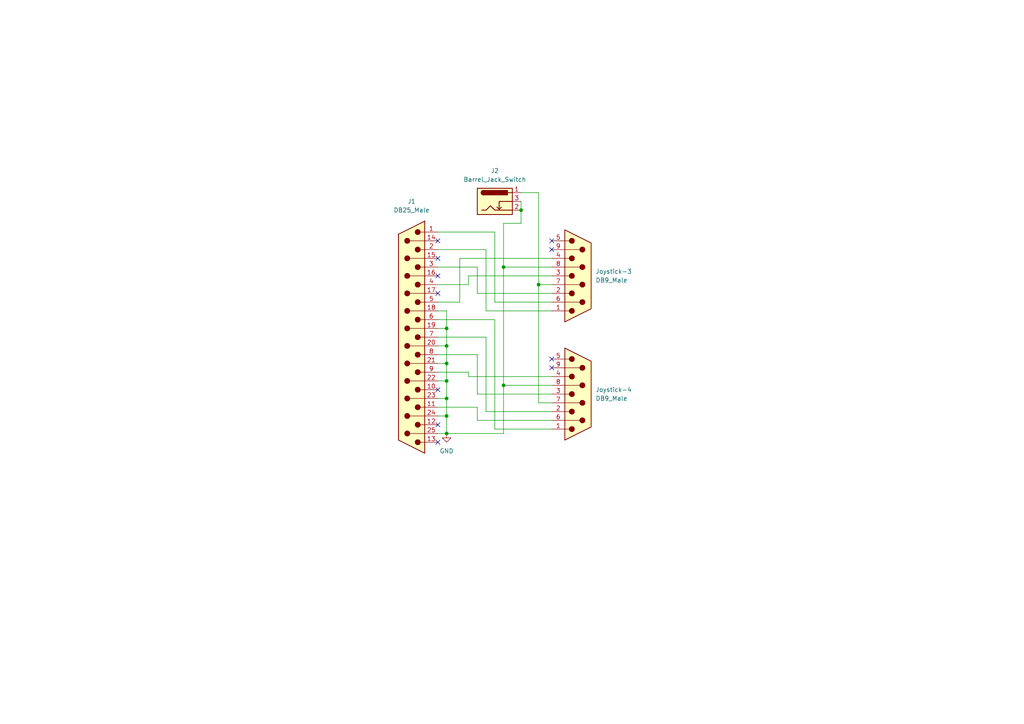
<source format=kicad_sch>
(kicad_sch (version 20211123) (generator eeschema)
  (paper "A4")
  (lib_symbols
    (symbol "Connector:Barrel_Jack_Switch" (pin_names hide)
      (property "Reference" "J" (at 0 5.334 0))
      (property "Value" "Barrel_Jack_Switch" (at 0 -5.08 0))
      (symbol "Barrel_Jack_Switch_0_1"
        (rectangle (start -5.08 3.81) (end 5.08 -3.81) (stroke (width 0.254)) (fill (type background)))
        (arc (start -3.302 3.175) (mid -3.937 2.54) (end -3.302 1.905) (stroke (width 0.254)))
        (arc (start -3.302 3.175) (mid -3.937 2.54) (end -3.302 1.905) (stroke (width 0.254)) (fill (type outline)))
        (polyline (pts (xy 1.27 -2.286) (xy 1.905 -1.651)) (stroke (width 0.254)))
        (polyline (pts (xy 5.08 2.54) (xy 3.81 2.54)) (stroke (width 0.254)))
        (polyline (pts (xy 5.08 0) (xy 1.27 0) (xy 1.27 -2.286) (xy 0.635 -1.651)) (stroke (width 0.254)))
        (polyline (pts (xy -3.81 -2.54) (xy -2.54 -2.54) (xy -1.27 -1.27) (xy 0 -2.54) (xy 2.54 -2.54) (xy 5.08 -2.54)) (stroke (width 0.254)))
        (rectangle (start 3.683 3.175) (end -3.302 1.905) (stroke (width 0.254)) (fill (type outline)))
      )
      (symbol "Barrel_Jack_Switch_1_1"
        (pin passive line (at 7.62 2.54 180) (length 2.54) (name "~") (number "1"))
        (pin passive line (at 7.62 -2.54 180) (length 2.54) (name "~") (number "2"))
        (pin passive line (at 7.62 0 180) (length 2.54) (name "~") (number "3"))
      )
    )
    (symbol "Connector:DB25_Male" (pin_names (offset 1.016) hide)
      (property "Reference" "J" (at 0 34.29 0))
      (property "Value" "DB25_Male" (at 0 -34.925 0))
      (symbol "DB25_Male_0_1"
        (circle (center -1.778 -30.48) (radius 0.762) (fill (type outline)))
        (circle (center -1.778 -25.4) (radius 0.762) (fill (type outline)))
        (circle (center -1.778 -20.32) (radius 0.762) (fill (type outline)))
        (circle (center -1.778 -15.24) (radius 0.762) (fill (type outline)))
        (circle (center -1.778 -10.16) (radius 0.762) (fill (type outline)))
        (circle (center -1.778 -5.08) (radius 0.762) (fill (type outline)))
        (circle (center -1.778 0) (radius 0.762) (fill (type outline)))
        (circle (center -1.778 5.08) (radius 0.762) (fill (type outline)))
        (circle (center -1.778 10.16) (radius 0.762) (fill (type outline)))
        (circle (center -1.778 15.24) (radius 0.762) (fill (type outline)))
        (circle (center -1.778 20.32) (radius 0.762) (fill (type outline)))
        (circle (center -1.778 25.4) (radius 0.762) (fill (type outline)))
        (circle (center -1.778 30.48) (radius 0.762) (fill (type outline)))
        (polyline (pts (xy -3.81 -30.48) (xy -2.54 -30.48)))
        (polyline (pts (xy -3.81 -27.94) (xy 0.508 -27.94)))
        (polyline (pts (xy -3.81 -25.4) (xy -2.54 -25.4)))
        (polyline (pts (xy -3.81 -22.86) (xy 0.508 -22.86)))
        (polyline (pts (xy -3.81 -20.32) (xy -2.54 -20.32)))
        (polyline (pts (xy -3.81 -17.78) (xy 0.508 -17.78)))
        (polyline (pts (xy -3.81 -15.24) (xy -2.54 -15.24)))
        (polyline (pts (xy -3.81 -12.7) (xy 0.508 -12.7)))
        (polyline (pts (xy -3.81 -10.16) (xy -2.54 -10.16)))
        (polyline (pts (xy -3.81 -7.62) (xy 0.508 -7.62)))
        (polyline (pts (xy -3.81 -5.08) (xy -2.54 -5.08)))
        (polyline (pts (xy -3.81 -2.54) (xy 0.508 -2.54)))
        (polyline (pts (xy -3.81 0) (xy -2.54 0)))
        (polyline (pts (xy -3.81 2.54) (xy 0.508 2.54)))
        (polyline (pts (xy -3.81 5.08) (xy -2.54 5.08)))
        (polyline (pts (xy -3.81 7.62) (xy 0.508 7.62)))
        (polyline (pts (xy -3.81 10.16) (xy -2.54 10.16)))
        (polyline (pts (xy -3.81 12.7) (xy 0.508 12.7)))
        (polyline (pts (xy -3.81 15.24) (xy -2.54 15.24)))
        (polyline (pts (xy -3.81 17.78) (xy 0.508 17.78)))
        (polyline (pts (xy -3.81 20.32) (xy -2.54 20.32)))
        (polyline (pts (xy -3.81 22.86) (xy 0.508 22.86)))
        (polyline (pts (xy -3.81 25.4) (xy -2.54 25.4)))
        (polyline (pts (xy -3.81 27.94) (xy 0.508 27.94)))
        (polyline (pts (xy -3.81 30.48) (xy -2.54 30.48)))
        (polyline (pts (xy -3.81 -33.655) (xy 3.81 -29.845) (xy 3.81 29.845) (xy -3.81 33.655) (xy -3.81 -33.655)) (stroke (width 0.254)) (fill (type background)))
        (circle (center 1.27 -27.94) (radius 0.762) (fill (type outline)))
        (circle (center 1.27 -22.86) (radius 0.762) (fill (type outline)))
        (circle (center 1.27 -17.78) (radius 0.762) (fill (type outline)))
        (circle (center 1.27 -12.7) (radius 0.762) (fill (type outline)))
        (circle (center 1.27 -7.62) (radius 0.762) (fill (type outline)))
        (circle (center 1.27 -2.54) (radius 0.762) (fill (type outline)))
        (circle (center 1.27 2.54) (radius 0.762) (fill (type outline)))
        (circle (center 1.27 7.62) (radius 0.762) (fill (type outline)))
        (circle (center 1.27 12.7) (radius 0.762) (fill (type outline)))
        (circle (center 1.27 17.78) (radius 0.762) (fill (type outline)))
        (circle (center 1.27 22.86) (radius 0.762) (fill (type outline)))
        (circle (center 1.27 27.94) (radius 0.762) (fill (type outline)))
      )
      (symbol "DB25_Male_1_1"
        (pin passive line (at -7.62 -30.48 0) (length 3.81) (name "1") (number "1"))
        (pin passive line (at -7.62 15.24 0) (length 3.81) (name "10") (number "10"))
        (pin passive line (at -7.62 20.32 0) (length 3.81) (name "11") (number "11"))
        (pin passive line (at -7.62 25.4 0) (length 3.81) (name "12") (number "12"))
        (pin passive line (at -7.62 30.48 0) (length 3.81) (name "13") (number "13"))
        (pin passive line (at -7.62 -27.94 0) (length 3.81) (name "P14") (number "14"))
        (pin passive line (at -7.62 -22.86 0) (length 3.81) (name "P15") (number "15"))
        (pin passive line (at -7.62 -17.78 0) (length 3.81) (name "P16") (number "16"))
        (pin passive line (at -7.62 -12.7 0) (length 3.81) (name "P17") (number "17"))
        (pin passive line (at -7.62 -7.62 0) (length 3.81) (name "P18") (number "18"))
        (pin passive line (at -7.62 -2.54 0) (length 3.81) (name "P19") (number "19"))
        (pin passive line (at -7.62 -25.4 0) (length 3.81) (name "2") (number "2"))
        (pin passive line (at -7.62 2.54 0) (length 3.81) (name "P20") (number "20"))
        (pin passive line (at -7.62 7.62 0) (length 3.81) (name "P21") (number "21"))
        (pin passive line (at -7.62 12.7 0) (length 3.81) (name "P22") (number "22"))
        (pin passive line (at -7.62 17.78 0) (length 3.81) (name "P23") (number "23"))
        (pin passive line (at -7.62 22.86 0) (length 3.81) (name "P24") (number "24"))
        (pin passive line (at -7.62 27.94 0) (length 3.81) (name "P25") (number "25"))
        (pin passive line (at -7.62 -20.32 0) (length 3.81) (name "3") (number "3"))
        (pin passive line (at -7.62 -15.24 0) (length 3.81) (name "4") (number "4"))
        (pin passive line (at -7.62 -10.16 0) (length 3.81) (name "5") (number "5"))
        (pin passive line (at -7.62 -5.08 0) (length 3.81) (name "6") (number "6"))
        (pin passive line (at -7.62 0 0) (length 3.81) (name "7") (number "7"))
        (pin passive line (at -7.62 5.08 0) (length 3.81) (name "8") (number "8"))
        (pin passive line (at -7.62 10.16 0) (length 3.81) (name "9") (number "9"))
      )
    )
    (symbol "Connector:DB9_Male" (pin_names (offset 1.016) hide)
      (property "Reference" "J" (at 0 13.97 0))
      (property "Value" "DB9_Male" (at 0 -14.605 0))
      (symbol "DB9_Male_0_1"
        (circle (center -1.778 -10.16) (radius 0.762) (fill (type outline)))
        (circle (center -1.778 -5.08) (radius 0.762) (fill (type outline)))
        (circle (center -1.778 0) (radius 0.762) (fill (type outline)))
        (circle (center -1.778 5.08) (radius 0.762) (fill (type outline)))
        (circle (center -1.778 10.16) (radius 0.762) (fill (type outline)))
        (polyline (pts (xy -3.81 -10.16) (xy -2.54 -10.16)))
        (polyline (pts (xy -3.81 -7.62) (xy 0.508 -7.62)))
        (polyline (pts (xy -3.81 -5.08) (xy -2.54 -5.08)))
        (polyline (pts (xy -3.81 -2.54) (xy 0.508 -2.54)))
        (polyline (pts (xy -3.81 0) (xy -2.54 0)))
        (polyline (pts (xy -3.81 2.54) (xy 0.508 2.54)))
        (polyline (pts (xy -3.81 5.08) (xy -2.54 5.08)))
        (polyline (pts (xy -3.81 7.62) (xy 0.508 7.62)))
        (polyline (pts (xy -3.81 10.16) (xy -2.54 10.16)))
        (polyline (pts (xy -3.81 -13.335) (xy -3.81 13.335) (xy 3.81 9.525) (xy 3.81 -9.525) (xy -3.81 -13.335)) (stroke (width 0.254)) (fill (type background)))
        (circle (center 1.27 -7.62) (radius 0.762) (fill (type outline)))
        (circle (center 1.27 -2.54) (radius 0.762) (fill (type outline)))
        (circle (center 1.27 2.54) (radius 0.762) (fill (type outline)))
        (circle (center 1.27 7.62) (radius 0.762) (fill (type outline)))
      )
      (symbol "DB9_Male_1_1"
        (pin passive line (at -7.62 -10.16 0) (length 3.81) (name "1") (number "1"))
        (pin passive line (at -7.62 -5.08 0) (length 3.81) (name "2") (number "2"))
        (pin passive line (at -7.62 0 0) (length 3.81) (name "3") (number "3"))
        (pin passive line (at -7.62 5.08 0) (length 3.81) (name "4") (number "4"))
        (pin passive line (at -7.62 10.16 0) (length 3.81) (name "5") (number "5"))
        (pin passive line (at -7.62 -7.62 0) (length 3.81) (name "6") (number "6"))
        (pin passive line (at -7.62 -2.54 0) (length 3.81) (name "7") (number "7"))
        (pin passive line (at -7.62 2.54 0) (length 3.81) (name "8") (number "8"))
        (pin passive line (at -7.62 7.62 0) (length 3.81) (name "9") (number "9"))
      )
    )
    (symbol "power:GND" (power) (pin_names (offset 0))
      (property "Value" "GND" (at 0 -3.81 0))
      (symbol "GND_0_1"
        (polyline (pts (xy 0 0) (xy 0 -1.27) (xy 1.27 -1.27) (xy 0 -2.54) (xy -1.27 -1.27) (xy 0 -1.27)))
      )
      (symbol "GND_1_1"
        (pin power_in line (at 0 0 270) (length 0) hide (name "GND") (number "1"))
      )
    )
  )
  (junction (at 129.54 100.33))
  (junction (at 129.54 120.65))
  (junction (at 129.54 125.73))
  (junction (at 129.54 115.57))
  (junction (at 129.54 110.49))
  (junction (at 156.21 82.55))
  (junction (at 129.54 95.25))
  (junction (at 146.05 111.76))
  (junction (at 151.13 60.96))
  (junction (at 146.05 77.47))
  (junction (at 129.54 105.41))
  (no_connect (at 127 69.85))
  (no_connect (at 127 74.93))
  (no_connect (at 127 80.01))
  (no_connect (at 127 85.09))
  (no_connect (at 127 113.03))
  (no_connect (at 127 128.27))
  (no_connect (at 127 123.19))
  (no_connect (at 160.02 72.39))
  (no_connect (at 160.02 69.85))
  (no_connect (at 160.02 104.14))
  (no_connect (at 160.02 106.68))
  (wire (pts (xy 133.35 74.93) (xy 133.35 87.63)))
  (wire (pts (xy 160.02 90.17) (xy 140.97 90.17)))
  (wire (pts (xy 143.51 124.46) (xy 143.51 92.71)))
  (wire (pts (xy 129.54 100.33) (xy 129.54 105.41)))
  (wire (pts (xy 138.43 121.92) (xy 138.43 118.11)))
  (wire (pts (xy 127 105.41) (xy 129.54 105.41)))
  (wire (pts (xy 127 125.73) (xy 129.54 125.73)))
  (wire (pts (xy 129.54 125.73) (xy 146.05 125.73)))
  (wire (pts (xy 127 115.57) (xy 129.54 115.57)))
  (wire (pts (xy 127 95.25) (xy 129.54 95.25)))
  (wire (pts (xy 133.35 87.63) (xy 127 87.63)))
  (wire (pts (xy 129.54 115.57) (xy 129.54 120.65)))
  (wire (pts (xy 160.02 74.93) (xy 133.35 74.93)))
  (wire (pts (xy 140.97 72.39) (xy 127 72.39)))
  (wire (pts (xy 138.43 85.09) (xy 138.43 77.47)))
  (wire (pts (xy 151.13 60.96) (xy 151.13 64.77)))
  (wire (pts (xy 160.02 116.84) (xy 156.21 116.84)))
  (wire (pts (xy 138.43 114.3) (xy 138.43 102.87)))
  (wire (pts (xy 127 110.49) (xy 129.54 110.49)))
  (wire (pts (xy 151.13 64.77) (xy 146.05 64.77)))
  (wire (pts (xy 160.02 119.38) (xy 140.97 119.38)))
  (wire (pts (xy 129.54 110.49) (xy 129.54 115.57)))
  (wire (pts (xy 146.05 125.73) (xy 146.05 111.76)))
  (wire (pts (xy 138.43 118.11) (xy 127 118.11)))
  (wire (pts (xy 129.54 105.41) (xy 129.54 110.49)))
  (wire (pts (xy 151.13 58.42) (xy 151.13 60.96)))
  (wire (pts (xy 160.02 85.09) (xy 138.43 85.09)))
  (wire (pts (xy 160.02 124.46) (xy 143.51 124.46)))
  (wire (pts (xy 146.05 64.77) (xy 146.05 77.47)))
  (wire (pts (xy 156.21 116.84) (xy 156.21 82.55)))
  (wire (pts (xy 146.05 111.76) (xy 146.05 77.47)))
  (wire (pts (xy 127 90.17) (xy 129.54 90.17)))
  (wire (pts (xy 129.54 95.25) (xy 129.54 100.33)))
  (wire (pts (xy 160.02 114.3) (xy 138.43 114.3)))
  (wire (pts (xy 143.51 87.63) (xy 160.02 87.63)))
  (wire (pts (xy 156.21 55.88) (xy 151.13 55.88)))
  (wire (pts (xy 127 120.65) (xy 129.54 120.65)))
  (wire (pts (xy 129.54 120.65) (xy 129.54 125.73)))
  (wire (pts (xy 160.02 121.92) (xy 138.43 121.92)))
  (wire (pts (xy 156.21 82.55) (xy 160.02 82.55)))
  (wire (pts (xy 140.97 90.17) (xy 140.97 72.39)))
  (wire (pts (xy 135.89 107.95) (xy 127 107.95)))
  (wire (pts (xy 135.89 109.22) (xy 135.89 107.95)))
  (wire (pts (xy 143.51 67.31) (xy 143.51 87.63)))
  (wire (pts (xy 127 100.33) (xy 129.54 100.33)))
  (wire (pts (xy 129.54 90.17) (xy 129.54 95.25)))
  (wire (pts (xy 127 67.31) (xy 143.51 67.31)))
  (wire (pts (xy 140.97 119.38) (xy 140.97 97.79)))
  (wire (pts (xy 160.02 109.22) (xy 135.89 109.22)))
  (wire (pts (xy 135.89 80.01) (xy 135.89 82.55)))
  (wire (pts (xy 146.05 77.47) (xy 160.02 77.47)))
  (wire (pts (xy 138.43 102.87) (xy 127 102.87)))
  (wire (pts (xy 127 82.55) (xy 135.89 82.55)))
  (wire (pts (xy 156.21 82.55) (xy 156.21 55.88)))
  (wire (pts (xy 138.43 77.47) (xy 127 77.47)))
  (wire (pts (xy 140.97 97.79) (xy 127 97.79)))
  (wire (pts (xy 160.02 80.01) (xy 135.89 80.01)))
  (wire (pts (xy 146.05 111.76) (xy 160.02 111.76)))
  (wire (pts (xy 143.51 92.71) (xy 127 92.71)))
  (symbol (lib_id "Connector:DB25_Male") (at 119.38 97.79 180) (unit 1)
    (property "Reference" "J1" (at 119.38 58.42 0))
    (property "Value" "DB25_Male" (at 119.38 60.96 0))
    (property "Footprint" "Connector_Dsub:DSUB-25_Male_EdgeMount_P2.77mm" (effects hide))
    (property "Datasheet" " ~" (effects hide))
  )
  (symbol (lib_id "power:GND") (at 129.54 125.73 0) (unit 1)
    (property "Reference" "#PWR0101" (effects hide))
    (property "Value" "GND" (at 129.54 130.81 0))
  )
  (symbol (lib_id "Connector:Barrel_Jack_Switch") (at 143.51 58.42 0) (unit 1)
    (property "Reference" "J2" (at 143.51 49.53 0))
    (property "Value" "Barrel_Jack_Switch" (at 143.51 52.07 0))
    (property "Footprint" "Connector_BarrelJack:BarrelJack_GCT_DCJ200-10-A_Horizontal" (effects hide))
  )
  (symbol (lib_id "Connector:DB9_Male") (at 167.64 80.01 0) (unit 1)
    (property "Reference" "Joystick-3" (at 172.72 78.7399 0) (effects (justify left)))
    (property "Value" "DB9_Male" (at 172.72 81.2799 0) (effects (justify left)))
    (property "Footprint" "Connector_Dsub:DSUB-9_Male_EdgeMount_P2.77mm" (effects hide))
    (property "Datasheet" " ~" (effects hide))
  )
  (symbol (lib_id "Connector:DB9_Male") (at 167.64 114.3 0) (unit 1)
    (property "Reference" "Joystick-4" (at 172.72 113.0299 0) (effects (justify left)))
    (property "Value" "DB9_Male" (at 172.72 115.5699 0) (effects (justify left)))
    (property "Footprint" "Connector_Dsub:DSUB-9_Male_EdgeMount_P2.77mm" (effects hide))
    (property "Datasheet" " ~" (effects hide))
  )
)
</source>
